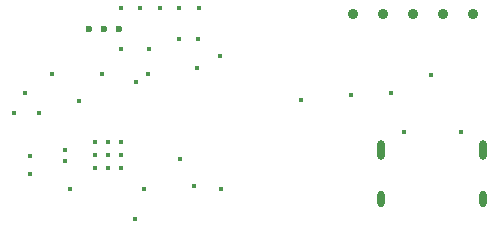
<source format=gbr>
%TF.GenerationSoftware,Altium Limited,Altium Designer,23.11.1 (41)*%
G04 Layer_Color=0*
%FSLAX26Y26*%
%MOIN*%
%TF.SameCoordinates,9526E2AF-B100-4743-A6B5-6A4C7E8B4C09*%
%TF.FilePolarity,Positive*%
%TF.FileFunction,Plated,1,4,PTH,Drill*%
%TF.Part,Single*%
G01*
G75*
%TA.AperFunction,ComponentDrill*%
%ADD71O,0.023622X0.066929*%
%ADD72O,0.023622X0.055118*%
%ADD73C,0.035433*%
%ADD74C,0.023622*%
%TA.AperFunction,ViaDrill,NotFilled*%
%ADD75C,0.015748*%
D71*
X1914173Y266929D02*
D03*
X1574016D02*
D03*
D72*
X1914173Y102362D02*
D03*
X1574016D02*
D03*
D73*
X1881102Y720472D02*
D03*
X1781102D02*
D03*
X1681102D02*
D03*
X1581102D02*
D03*
X1481102D02*
D03*
D74*
X600000Y669680D02*
D03*
X700000D02*
D03*
X650000D02*
D03*
D75*
X385827Y456693D02*
D03*
X476378Y519291D02*
D03*
X535433Y137795D02*
D03*
X751968Y35433D02*
D03*
X1304626Y433071D02*
D03*
X899114Y637795D02*
D03*
X798311Y602362D02*
D03*
X966535Y740158D02*
D03*
X901082D02*
D03*
X704724D02*
D03*
Y602362D02*
D03*
X770177Y740158D02*
D03*
X835630D02*
D03*
X964567Y637795D02*
D03*
X433071Y389764D02*
D03*
X350394D02*
D03*
X403543Y247638D02*
D03*
X960630Y539370D02*
D03*
X755905Y492126D02*
D03*
X795276Y519685D02*
D03*
X1035433Y578740D02*
D03*
X1472441Y448819D02*
D03*
X1606299Y456693D02*
D03*
X1740158Y515748D02*
D03*
X641535Y519488D02*
D03*
X566929Y429134D02*
D03*
X948819Y145669D02*
D03*
X903149Y236220D02*
D03*
X783465Y137795D02*
D03*
X403543Y185433D02*
D03*
X1039370Y137795D02*
D03*
X1838583Y326772D02*
D03*
X1649606D02*
D03*
X618110Y291339D02*
D03*
X661417D02*
D03*
X704724D02*
D03*
X618110Y248031D02*
D03*
X661417D02*
D03*
X704724D02*
D03*
X618110Y204724D02*
D03*
X661417D02*
D03*
X704724D02*
D03*
X519685Y228346D02*
D03*
Y267716D02*
D03*
%TF.MD5,035d02577e5d6a52d71b4942feb49ec2*%
M02*

</source>
